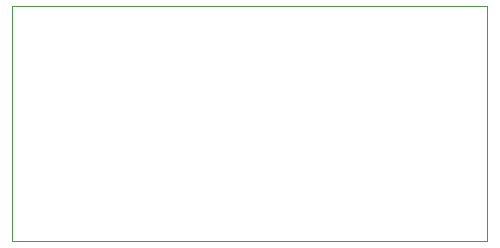
<source format=gbr>
G04 #@! TF.GenerationSoftware,KiCad,Pcbnew,7.0.10*
G04 #@! TF.CreationDate,2024-02-01T03:12:14+01:00*
G04 #@! TF.ProjectId,DeskLampCircuit,4465736b-4c61-46d7-9043-697263756974,rev?*
G04 #@! TF.SameCoordinates,PX13c6f1aPY32052d0*
G04 #@! TF.FileFunction,Profile,NP*
%FSLAX46Y46*%
G04 Gerber Fmt 4.6, Leading zero omitted, Abs format (unit mm)*
G04 Created by KiCad (PCBNEW 7.0.10) date 2024-02-01 03:12:14*
%MOMM*%
%LPD*%
G01*
G04 APERTURE LIST*
G04 #@! TA.AperFunction,Profile*
%ADD10C,0.100000*%
G04 #@! TD*
G04 APERTURE END LIST*
D10*
X0Y19800000D02*
X40200000Y19800000D01*
X40200000Y-100000D01*
X0Y-100000D01*
X0Y19800000D01*
M02*

</source>
